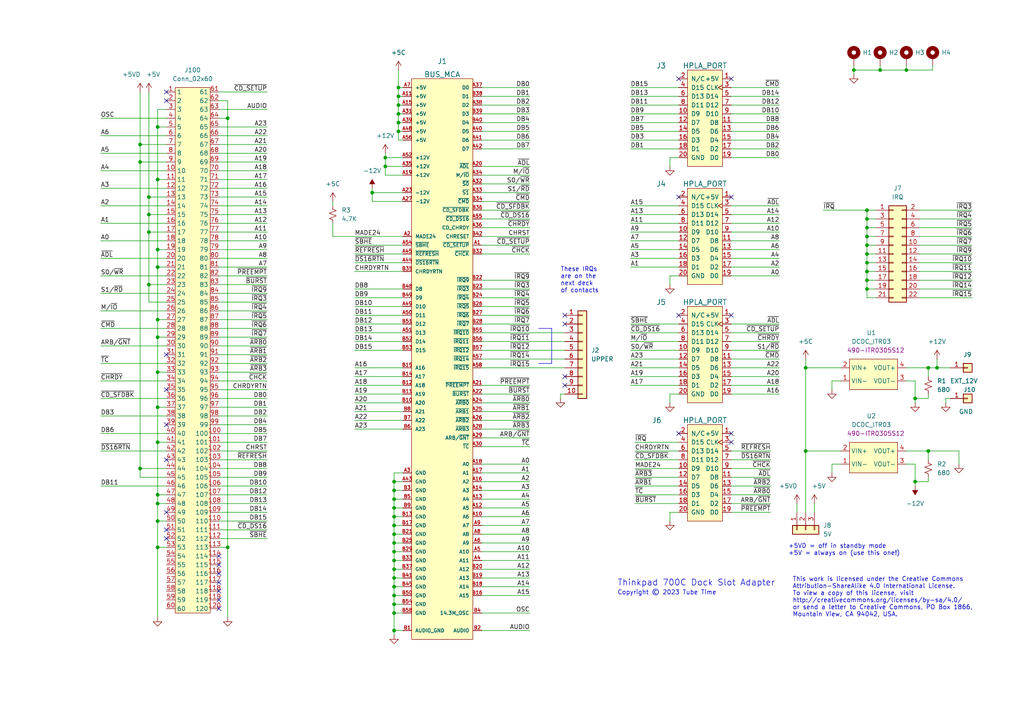
<source format=kicad_sch>
(kicad_sch (version 20230121) (generator eeschema)
  (paper "A4")
  (title_block (rev "2"))
  (junction (at 66.04 34.29))
  (junction (at 45.72 146.05))
  (junction (at 251.46 83.82))
  (junction (at 251.46 68.58))
  (junction (at 251.46 76.2))
  (junction (at 114.3 175.26))
  (junction (at 45.72 158.75))
  (junction (at 45.72 36.83))
  (junction (at 45.72 97.79))
  (junction (at 45.72 52.07))
  (junction (at 111.76 48.26))
  (junction (at 45.72 151.13))
  (junction (at 45.72 77.47))
  (junction (at 114.3 147.32))
  (junction (at 114.3 167.64))
  (junction (at 251.46 81.28))
  (junction (at 251.46 78.74))
  (junction (at 265.43 115.57))
  (junction (at 40.64 135.89))
  (junction (at 269.24 106.68))
  (junction (at 233.68 130.81))
  (junction (at 43.18 82.55))
  (junction (at 233.68 106.68))
  (junction (at 255.27 20.32))
  (junction (at 45.72 118.11))
  (junction (at 269.24 130.81))
  (junction (at 114.3 165.1))
  (junction (at 271.78 106.68))
  (junction (at 262.89 20.32))
  (junction (at 43.18 57.15))
  (junction (at 40.64 41.91))
  (junction (at 114.3 149.86))
  (junction (at 40.64 46.99))
  (junction (at 111.76 45.72))
  (junction (at 45.72 107.95))
  (junction (at 114.3 172.72))
  (junction (at 114.3 170.18))
  (junction (at 114.3 162.56))
  (junction (at 114.3 152.4))
  (junction (at 247.65 20.32))
  (junction (at 251.46 63.5))
  (junction (at 251.46 60.96))
  (junction (at 251.46 66.04))
  (junction (at 66.04 158.75))
  (junction (at 114.3 177.8))
  (junction (at 114.3 160.02))
  (junction (at 114.3 142.24))
  (junction (at 45.72 128.27))
  (junction (at 45.72 143.51))
  (junction (at 45.72 92.71))
  (junction (at 115.57 27.94))
  (junction (at 115.57 33.02))
  (junction (at 115.57 35.56))
  (junction (at 114.3 182.88))
  (junction (at 114.3 144.78))
  (junction (at 251.46 73.66))
  (junction (at 115.57 30.48))
  (junction (at 43.18 62.23))
  (junction (at 115.57 25.4))
  (junction (at 107.95 55.88))
  (junction (at 265.43 139.7))
  (junction (at 43.18 67.31))
  (junction (at 114.3 157.48))
  (junction (at 45.72 72.39))
  (junction (at 115.57 38.1))
  (junction (at 251.46 71.12))
  (junction (at 114.3 154.94))
  (junction (at 114.3 139.7))
  (no_connect (at 163.83 91.44))
  (no_connect (at 163.83 93.98))
  (no_connect (at 163.83 109.22))
  (no_connect (at 163.83 111.76))
  (no_connect (at 212.09 91.44))
  (no_connect (at 196.85 22.86))
  (no_connect (at 212.09 22.86))
  (no_connect (at 196.85 57.15))
  (no_connect (at 212.09 57.15))
  (no_connect (at 212.09 125.73))
  (no_connect (at 196.85 125.73))
  (no_connect (at 212.09 128.27))
  (no_connect (at 196.85 91.44))
  (no_connect (at 48.26 29.21))
  (no_connect (at 63.5 161.29))
  (no_connect (at 48.26 148.59))
  (no_connect (at 48.26 153.67))
  (no_connect (at 48.26 156.21))
  (no_connect (at 63.5 163.83))
  (no_connect (at 63.5 166.37))
  (no_connect (at 63.5 168.91))
  (no_connect (at 63.5 171.45))
  (no_connect (at 63.5 173.99))
  (no_connect (at 63.5 176.53))
  (no_connect (at 48.26 102.87))
  (no_connect (at 48.26 113.03))
  (no_connect (at 48.26 123.19))
  (no_connect (at 48.26 133.35))
  (no_connect (at 48.26 26.67))
  (wire (pts (xy 45.72 52.07) (xy 45.72 72.39)))
  (wire (pts (xy 111.76 48.26) (xy 116.84 48.26)))
  (wire (pts (xy 48.26 128.27) (xy 45.72 128.27)))
  (wire (pts (xy 139.7 63.5) (xy 153.67 63.5)))
  (wire (pts (xy 45.72 77.47) (xy 45.72 72.39)))
  (wire (pts (xy 116.84 93.98) (xy 102.87 93.98)))
  (wire (pts (xy 63.5 110.49) (xy 77.47 110.49)))
  (wire (pts (xy 114.3 149.86) (xy 116.84 149.86)))
  (wire (pts (xy 182.88 77.47) (xy 196.85 77.47)))
  (wire (pts (xy 63.5 102.87) (xy 77.47 102.87)))
  (wire (pts (xy 266.7 76.2) (xy 281.94 76.2)))
  (wire (pts (xy 139.7 142.24) (xy 153.67 142.24)))
  (wire (pts (xy 45.72 97.79) (xy 45.72 92.71)))
  (wire (pts (xy 63.5 31.75) (xy 77.47 31.75)))
  (wire (pts (xy 116.84 116.84) (xy 102.87 116.84)))
  (wire (pts (xy 114.3 147.32) (xy 114.3 149.86)))
  (wire (pts (xy 139.7 177.8) (xy 153.67 177.8)))
  (wire (pts (xy 139.7 101.6) (xy 163.83 101.6)))
  (wire (pts (xy 114.3 167.64) (xy 116.84 167.64)))
  (wire (pts (xy 251.46 83.82) (xy 254 83.82)))
  (wire (pts (xy 266.7 60.96) (xy 281.94 60.96)))
  (wire (pts (xy 266.7 83.82) (xy 281.94 83.82)))
  (wire (pts (xy 212.09 33.02) (xy 226.06 33.02)))
  (wire (pts (xy 275.59 115.57) (xy 274.32 115.57)))
  (wire (pts (xy 114.3 172.72) (xy 116.84 172.72)))
  (wire (pts (xy 45.72 158.75) (xy 45.72 179.07)))
  (wire (pts (xy 271.78 106.68) (xy 275.59 106.68)))
  (wire (pts (xy 63.5 26.67) (xy 77.47 26.67)))
  (wire (pts (xy 102.87 71.12) (xy 116.84 71.12)))
  (wire (pts (xy 139.7 129.54) (xy 153.67 129.54)))
  (wire (pts (xy 182.88 99.06) (xy 196.85 99.06)))
  (wire (pts (xy 251.46 60.96) (xy 254 60.96)))
  (polyline (pts (xy 156.21 105.41) (xy 160.02 105.41)))
  (wire (pts (xy 107.95 58.42) (xy 116.84 58.42)))
  (wire (pts (xy 63.5 153.67) (xy 77.47 153.67)))
  (wire (pts (xy 63.5 46.99) (xy 77.47 46.99)))
  (wire (pts (xy 29.21 74.93) (xy 48.26 74.93)))
  (wire (pts (xy 241.3 134.62) (xy 243.84 134.62)))
  (wire (pts (xy 115.57 25.4) (xy 116.84 25.4)))
  (wire (pts (xy 139.7 127) (xy 153.67 127)))
  (wire (pts (xy 114.3 139.7) (xy 116.84 139.7)))
  (wire (pts (xy 182.88 43.18) (xy 196.85 43.18)))
  (wire (pts (xy 63.5 120.65) (xy 77.47 120.65)))
  (wire (pts (xy 29.21 105.41) (xy 48.26 105.41)))
  (wire (pts (xy 96.52 64.77) (xy 96.52 68.58)))
  (wire (pts (xy 116.84 83.82) (xy 102.87 83.82)))
  (wire (pts (xy 265.43 115.57) (xy 265.43 110.49)))
  (wire (pts (xy 63.5 44.45) (xy 77.47 44.45)))
  (wire (pts (xy 45.72 146.05) (xy 45.72 143.51)))
  (wire (pts (xy 111.76 45.72) (xy 116.84 45.72)))
  (wire (pts (xy 115.57 38.1) (xy 115.57 40.64)))
  (wire (pts (xy 107.95 55.88) (xy 116.84 55.88)))
  (wire (pts (xy 66.04 158.75) (xy 66.04 179.07)))
  (wire (pts (xy 274.32 115.57) (xy 274.32 116.84)))
  (wire (pts (xy 116.84 109.22) (xy 102.87 109.22)))
  (wire (pts (xy 212.09 106.68) (xy 226.06 106.68)))
  (wire (pts (xy 251.46 60.96) (xy 251.46 63.5)))
  (wire (pts (xy 139.7 157.48) (xy 153.67 157.48)))
  (wire (pts (xy 45.72 77.47) (xy 45.72 92.71)))
  (wire (pts (xy 45.72 97.79) (xy 48.26 97.79)))
  (wire (pts (xy 194.31 45.72) (xy 194.31 48.26)))
  (wire (pts (xy 63.5 125.73) (xy 77.47 125.73)))
  (wire (pts (xy 196.85 59.69) (xy 182.88 59.69)))
  (wire (pts (xy 236.22 146.05) (xy 236.22 148.59)))
  (wire (pts (xy 115.57 25.4) (xy 115.57 27.94)))
  (wire (pts (xy 102.87 78.74) (xy 116.84 78.74)))
  (wire (pts (xy 63.5 34.29) (xy 66.04 34.29)))
  (wire (pts (xy 63.5 97.79) (xy 77.47 97.79)))
  (wire (pts (xy 251.46 86.36) (xy 254 86.36)))
  (wire (pts (xy 226.06 74.93) (xy 212.09 74.93)))
  (wire (pts (xy 116.84 88.9) (xy 102.87 88.9)))
  (wire (pts (xy 116.84 96.52) (xy 102.87 96.52)))
  (wire (pts (xy 48.26 77.47) (xy 45.72 77.47)))
  (wire (pts (xy 63.5 151.13) (xy 77.47 151.13)))
  (wire (pts (xy 212.09 93.98) (xy 226.06 93.98)))
  (wire (pts (xy 278.13 134.62) (xy 278.13 130.81)))
  (wire (pts (xy 139.7 147.32) (xy 153.67 147.32)))
  (wire (pts (xy 212.09 96.52) (xy 226.06 96.52)))
  (wire (pts (xy 247.65 20.32) (xy 255.27 20.32)))
  (wire (pts (xy 212.09 104.14) (xy 226.06 104.14)))
  (wire (pts (xy 196.85 111.76) (xy 182.88 111.76)))
  (wire (pts (xy 40.64 135.89) (xy 40.64 46.99)))
  (wire (pts (xy 251.46 81.28) (xy 251.46 83.82)))
  (wire (pts (xy 29.21 54.61) (xy 48.26 54.61)))
  (wire (pts (xy 63.5 77.47) (xy 77.47 77.47)))
  (wire (pts (xy 63.5 135.89) (xy 77.47 135.89)))
  (wire (pts (xy 114.3 137.16) (xy 114.3 139.7)))
  (wire (pts (xy 114.3 144.78) (xy 114.3 147.32)))
  (wire (pts (xy 212.09 64.77) (xy 226.06 64.77)))
  (wire (pts (xy 139.7 88.9) (xy 153.67 88.9)))
  (wire (pts (xy 139.7 111.76) (xy 153.67 111.76)))
  (wire (pts (xy 139.7 134.62) (xy 153.67 134.62)))
  (wire (pts (xy 139.7 73.66) (xy 153.67 73.66)))
  (wire (pts (xy 29.21 64.77) (xy 48.26 64.77)))
  (wire (pts (xy 212.09 146.05) (xy 223.52 146.05)))
  (wire (pts (xy 162.56 114.3) (xy 162.56 115.57)))
  (wire (pts (xy 63.5 115.57) (xy 77.47 115.57)))
  (wire (pts (xy 271.78 104.14) (xy 271.78 106.68)))
  (wire (pts (xy 251.46 81.28) (xy 254 81.28)))
  (wire (pts (xy 212.09 38.1) (xy 226.06 38.1)))
  (wire (pts (xy 114.3 152.4) (xy 114.3 154.94)))
  (wire (pts (xy 114.3 170.18) (xy 116.84 170.18)))
  (wire (pts (xy 251.46 73.66) (xy 254 73.66)))
  (wire (pts (xy 182.88 40.64) (xy 196.85 40.64)))
  (wire (pts (xy 212.09 101.6) (xy 226.06 101.6)))
  (wire (pts (xy 116.84 121.92) (xy 102.87 121.92)))
  (wire (pts (xy 194.31 151.13) (xy 194.31 148.59)))
  (wire (pts (xy 139.7 104.14) (xy 163.83 104.14)))
  (wire (pts (xy 265.43 140.97) (xy 265.43 139.7)))
  (wire (pts (xy 45.72 107.95) (xy 45.72 97.79)))
  (wire (pts (xy 111.76 44.45) (xy 111.76 45.72)))
  (wire (pts (xy 63.5 72.39) (xy 77.47 72.39)))
  (wire (pts (xy 107.95 55.88) (xy 107.95 58.42)))
  (wire (pts (xy 139.7 99.06) (xy 163.83 99.06)))
  (wire (pts (xy 63.5 57.15) (xy 77.47 57.15)))
  (wire (pts (xy 63.5 92.71) (xy 77.47 92.71)))
  (wire (pts (xy 63.5 74.93) (xy 77.47 74.93)))
  (wire (pts (xy 29.21 120.65) (xy 48.26 120.65)))
  (wire (pts (xy 139.7 119.38) (xy 153.67 119.38)))
  (wire (pts (xy 114.3 160.02) (xy 114.3 162.56)))
  (wire (pts (xy 182.88 101.6) (xy 196.85 101.6)))
  (wire (pts (xy 139.7 162.56) (xy 153.67 162.56)))
  (wire (pts (xy 45.72 31.75) (xy 48.26 31.75)))
  (wire (pts (xy 251.46 71.12) (xy 251.46 73.66)))
  (wire (pts (xy 114.3 139.7) (xy 114.3 142.24)))
  (wire (pts (xy 269.24 138.43) (xy 269.24 139.7)))
  (wire (pts (xy 139.7 96.52) (xy 163.83 96.52)))
  (wire (pts (xy 212.09 69.85) (xy 226.06 69.85)))
  (wire (pts (xy 182.88 30.48) (xy 196.85 30.48)))
  (wire (pts (xy 139.7 121.92) (xy 153.67 121.92)))
  (wire (pts (xy 182.88 38.1) (xy 196.85 38.1)))
  (wire (pts (xy 251.46 66.04) (xy 251.46 68.58)))
  (wire (pts (xy 139.7 170.18) (xy 153.67 170.18)))
  (wire (pts (xy 114.3 162.56) (xy 114.3 165.1)))
  (wire (pts (xy 66.04 34.29) (xy 66.04 158.75)))
  (wire (pts (xy 139.7 152.4) (xy 153.67 152.4)))
  (wire (pts (xy 184.15 133.35) (xy 196.85 133.35)))
  (wire (pts (xy 29.21 85.09) (xy 48.26 85.09)))
  (wire (pts (xy 63.5 130.81) (xy 77.47 130.81)))
  (wire (pts (xy 48.26 158.75) (xy 45.72 158.75)))
  (wire (pts (xy 139.7 86.36) (xy 153.67 86.36)))
  (wire (pts (xy 182.88 25.4) (xy 196.85 25.4)))
  (wire (pts (xy 63.5 123.19) (xy 77.47 123.19)))
  (wire (pts (xy 251.46 73.66) (xy 251.46 76.2)))
  (wire (pts (xy 139.7 116.84) (xy 153.67 116.84)))
  (wire (pts (xy 255.27 20.32) (xy 262.89 20.32)))
  (wire (pts (xy 139.7 66.04) (xy 153.67 66.04)))
  (wire (pts (xy 43.18 67.31) (xy 43.18 62.23)))
  (wire (pts (xy 115.57 30.48) (xy 115.57 33.02)))
  (wire (pts (xy 212.09 30.48) (xy 226.06 30.48)))
  (wire (pts (xy 29.21 39.37) (xy 48.26 39.37)))
  (wire (pts (xy 266.7 81.28) (xy 281.94 81.28)))
  (wire (pts (xy 114.3 149.86) (xy 114.3 152.4)))
  (wire (pts (xy 115.57 27.94) (xy 115.57 30.48)))
  (wire (pts (xy 231.14 146.05) (xy 231.14 148.59)))
  (wire (pts (xy 63.5 69.85) (xy 77.47 69.85)))
  (wire (pts (xy 139.7 48.26) (xy 153.67 48.26)))
  (wire (pts (xy 114.3 154.94) (xy 116.84 154.94)))
  (wire (pts (xy 63.5 143.51) (xy 77.47 143.51)))
  (wire (pts (xy 40.64 26.67) (xy 40.64 41.91)))
  (wire (pts (xy 266.7 68.58) (xy 281.94 68.58)))
  (wire (pts (xy 29.21 59.69) (xy 48.26 59.69)))
  (wire (pts (xy 114.3 147.32) (xy 116.84 147.32)))
  (wire (pts (xy 212.09 35.56) (xy 226.06 35.56)))
  (wire (pts (xy 139.7 144.78) (xy 153.67 144.78)))
  (wire (pts (xy 139.7 165.1) (xy 153.67 165.1)))
  (wire (pts (xy 63.5 100.33) (xy 77.47 100.33)))
  (wire (pts (xy 226.06 80.01) (xy 212.09 80.01)))
  (wire (pts (xy 226.06 77.47) (xy 212.09 77.47)))
  (wire (pts (xy 251.46 78.74) (xy 254 78.74)))
  (wire (pts (xy 139.7 27.94) (xy 153.67 27.94)))
  (wire (pts (xy 278.13 130.81) (xy 269.24 130.81)))
  (wire (pts (xy 29.21 110.49) (xy 48.26 110.49)))
  (wire (pts (xy 116.84 106.68) (xy 102.87 106.68)))
  (wire (pts (xy 182.88 27.94) (xy 196.85 27.94)))
  (wire (pts (xy 251.46 83.82) (xy 251.46 86.36)))
  (wire (pts (xy 63.5 95.25) (xy 77.47 95.25)))
  (wire (pts (xy 63.5 54.61) (xy 77.47 54.61)))
  (wire (pts (xy 184.15 140.97) (xy 196.85 140.97)))
  (wire (pts (xy 63.5 90.17) (xy 77.47 90.17)))
  (wire (pts (xy 139.7 154.94) (xy 153.67 154.94)))
  (wire (pts (xy 265.43 139.7) (xy 269.24 139.7)))
  (wire (pts (xy 48.26 107.95) (xy 45.72 107.95)))
  (wire (pts (xy 226.06 72.39) (xy 212.09 72.39)))
  (wire (pts (xy 139.7 35.56) (xy 153.67 35.56)))
  (wire (pts (xy 196.85 62.23) (xy 182.88 62.23)))
  (wire (pts (xy 115.57 35.56) (xy 116.84 35.56)))
  (wire (pts (xy 114.3 142.24) (xy 114.3 144.78)))
  (wire (pts (xy 251.46 68.58) (xy 254 68.58)))
  (wire (pts (xy 212.09 140.97) (xy 223.52 140.97)))
  (wire (pts (xy 63.5 80.01) (xy 77.47 80.01)))
  (wire (pts (xy 115.57 35.56) (xy 115.57 38.1)))
  (wire (pts (xy 45.72 36.83) (xy 45.72 52.07)))
  (wire (pts (xy 63.5 29.21) (xy 66.04 29.21)))
  (wire (pts (xy 182.88 74.93) (xy 196.85 74.93)))
  (wire (pts (xy 115.57 30.48) (xy 116.84 30.48)))
  (wire (pts (xy 114.3 175.26) (xy 116.84 175.26)))
  (wire (pts (xy 114.3 177.8) (xy 116.84 177.8)))
  (wire (pts (xy 251.46 66.04) (xy 254 66.04)))
  (wire (pts (xy 139.7 172.72) (xy 153.67 172.72)))
  (wire (pts (xy 63.5 113.03) (xy 77.47 113.03)))
  (wire (pts (xy 139.7 124.46) (xy 153.67 124.46)))
  (wire (pts (xy 29.21 95.25) (xy 48.26 95.25)))
  (wire (pts (xy 255.27 20.32) (xy 255.27 19.05)))
  (wire (pts (xy 212.09 130.81) (xy 223.52 130.81)))
  (wire (pts (xy 102.87 91.44) (xy 116.84 91.44)))
  (wire (pts (xy 139.7 83.82) (xy 153.67 83.82)))
  (wire (pts (xy 212.09 99.06) (xy 226.06 99.06)))
  (wire (pts (xy 114.3 144.78) (xy 116.84 144.78)))
  (wire (pts (xy 48.26 87.63) (xy 43.18 87.63)))
  (wire (pts (xy 139.7 106.68) (xy 163.83 106.68)))
  (wire (pts (xy 139.7 53.34) (xy 153.67 53.34)))
  (wire (pts (xy 194.31 114.3) (xy 196.85 114.3)))
  (wire (pts (xy 114.3 175.26) (xy 114.3 177.8)))
  (wire (pts (xy 63.5 49.53) (xy 77.47 49.53)))
  (wire (pts (xy 43.18 62.23) (xy 43.18 57.15)))
  (wire (pts (xy 29.21 125.73) (xy 48.26 125.73)))
  (wire (pts (xy 48.26 46.99) (xy 40.64 46.99)))
  (wire (pts (xy 63.5 105.41) (xy 77.47 105.41)))
  (wire (pts (xy 269.24 130.81) (xy 269.24 133.35)))
  (wire (pts (xy 139.7 30.48) (xy 153.67 30.48)))
  (wire (pts (xy 139.7 139.7) (xy 153.67 139.7)))
  (wire (pts (xy 251.46 71.12) (xy 254 71.12)))
  (wire (pts (xy 233.68 106.68) (xy 233.68 130.81)))
  (wire (pts (xy 116.84 111.76) (xy 102.87 111.76)))
  (wire (pts (xy 66.04 29.21) (xy 66.04 34.29)))
  (wire (pts (xy 114.3 160.02) (xy 116.84 160.02)))
  (wire (pts (xy 262.89 20.32) (xy 262.89 19.05)))
  (wire (pts (xy 115.57 27.94) (xy 116.84 27.94)))
  (wire (pts (xy 45.72 158.75) (xy 45.72 151.13)))
  (wire (pts (xy 48.26 146.05) (xy 45.72 146.05)))
  (wire (pts (xy 266.7 73.66) (xy 281.94 73.66)))
  (wire (pts (xy 63.5 82.55) (xy 77.47 82.55)))
  (wire (pts (xy 63.5 156.21) (xy 77.47 156.21)))
  (wire (pts (xy 233.68 148.59) (xy 233.68 130.81)))
  (wire (pts (xy 269.24 130.81) (xy 262.89 130.81)))
  (wire (pts (xy 269.24 106.68) (xy 271.78 106.68)))
  (wire (pts (xy 182.88 35.56) (xy 196.85 35.56)))
  (wire (pts (xy 212.09 133.35) (xy 223.52 133.35)))
  (wire (pts (xy 116.84 137.16) (xy 114.3 137.16)))
  (wire (pts (xy 139.7 25.4) (xy 153.67 25.4)))
  (wire (pts (xy 139.7 40.64) (xy 153.67 40.64)))
  (wire (pts (xy 48.26 67.31) (xy 43.18 67.31)))
  (wire (pts (xy 40.64 46.99) (xy 40.64 41.91)))
  (wire (pts (xy 139.7 68.58) (xy 153.67 68.58)))
  (wire (pts (xy 196.85 109.22) (xy 182.88 109.22)))
  (wire (pts (xy 45.72 118.11) (xy 45.72 107.95)))
  (wire (pts (xy 251.46 76.2) (xy 251.46 78.74)))
  (wire (pts (xy 265.43 115.57) (xy 269.24 115.57)))
  (wire (pts (xy 251.46 78.74) (xy 251.46 81.28)))
  (wire (pts (xy 266.7 66.04) (xy 281.94 66.04)))
  (wire (pts (xy 139.7 81.28) (xy 153.67 81.28)))
  (wire (pts (xy 212.09 148.59) (xy 223.52 148.59)))
  (wire (pts (xy 29.21 34.29) (xy 48.26 34.29)))
  (wire (pts (xy 139.7 50.8) (xy 153.67 50.8)))
  (wire (pts (xy 194.31 148.59) (xy 196.85 148.59)))
  (wire (pts (xy 116.84 101.6) (xy 102.87 101.6)))
  (wire (pts (xy 29.21 44.45) (xy 48.26 44.45)))
  (wire (pts (xy 111.76 50.8) (xy 116.84 50.8)))
  (wire (pts (xy 270.51 20.32) (xy 270.51 19.05)))
  (wire (pts (xy 63.5 133.35) (xy 77.47 133.35)))
  (wire (pts (xy 48.26 72.39) (xy 45.72 72.39)))
  (wire (pts (xy 212.09 40.64) (xy 226.06 40.64)))
  (wire (pts (xy 184.15 143.51) (xy 196.85 143.51)))
  (wire (pts (xy 139.7 33.02) (xy 153.67 33.02)))
  (wire (pts (xy 114.3 162.56) (xy 116.84 162.56)))
  (wire (pts (xy 114.3 170.18) (xy 114.3 172.72)))
  (wire (pts (xy 63.5 118.11) (xy 77.47 118.11)))
  (wire (pts (xy 48.26 138.43) (xy 40.64 138.43)))
  (wire (pts (xy 251.46 63.5) (xy 251.46 66.04)))
  (wire (pts (xy 196.85 69.85) (xy 182.88 69.85)))
  (wire (pts (xy 212.09 43.18) (xy 226.06 43.18)))
  (wire (pts (xy 139.7 58.42) (xy 153.67 58.42)))
  (wire (pts (xy 63.5 146.05) (xy 77.47 146.05)))
  (wire (pts (xy 48.26 62.23) (xy 43.18 62.23)))
  (wire (pts (xy 266.7 78.74) (xy 281.94 78.74)))
  (wire (pts (xy 63.5 64.77) (xy 77.47 64.77)))
  (wire (pts (xy 212.09 67.31) (xy 226.06 67.31)))
  (wire (pts (xy 29.21 90.17) (xy 48.26 90.17)))
  (wire (pts (xy 163.83 114.3) (xy 162.56 114.3)))
  (wire (pts (xy 114.3 142.24) (xy 116.84 142.24)))
  (wire (pts (xy 139.7 55.88) (xy 153.67 55.88)))
  (wire (pts (xy 194.31 82.55) (xy 194.31 80.01)))
  (wire (pts (xy 63.5 85.09) (xy 77.47 85.09)))
  (wire (pts (xy 114.3 167.64) (xy 114.3 170.18)))
  (wire (pts (xy 66.04 158.75) (xy 63.5 158.75)))
  (wire (pts (xy 238.76 60.96) (xy 251.46 60.96)))
  (wire (pts (xy 194.31 116.84) (xy 194.31 114.3)))
  (wire (pts (xy 139.7 149.86) (xy 153.67 149.86)))
  (wire (pts (xy 102.87 76.2) (xy 116.84 76.2)))
  (wire (pts (xy 265.43 116.84) (xy 265.43 115.57)))
  (wire (pts (xy 182.88 93.98) (xy 196.85 93.98)))
  (wire (pts (xy 266.7 86.36) (xy 281.94 86.36)))
  (wire (pts (xy 139.7 167.64) (xy 153.67 167.64)))
  (wire (pts (xy 63.5 87.63) (xy 77.47 87.63)))
  (wire (pts (xy 45.72 143.51) (xy 45.72 128.27)))
  (wire (pts (xy 29.21 100.33) (xy 48.26 100.33)))
  (wire (pts (xy 139.7 91.44) (xy 153.67 91.44)))
  (wire (pts (xy 116.84 119.38) (xy 102.87 119.38)))
  (wire (pts (xy 254 63.5) (xy 251.46 63.5)))
  (wire (pts (xy 184.15 130.81) (xy 196.85 130.81)))
  (wire (pts (xy 212.09 111.76) (xy 226.06 111.76)))
  (wire (pts (xy 262.89 106.68) (xy 269.24 106.68)))
  (wire (pts (xy 45.72 31.75) (xy 45.72 36.83)))
  (wire (pts (xy 96.52 68.58) (xy 116.84 68.58)))
  (wire (pts (xy 196.85 64.77) (xy 182.88 64.77)))
  (wire (pts (xy 63.5 107.95) (xy 77.47 107.95)))
  (wire (pts (xy 196.85 104.14) (xy 182.88 104.14)))
  (wire (pts (xy 139.7 114.3) (xy 153.67 114.3)))
  (wire (pts (xy 265.43 110.49) (xy 262.89 110.49)))
  (wire (pts (xy 184.15 146.05) (xy 196.85 146.05)))
  (wire (pts (xy 63.5 140.97) (xy 77.47 140.97)))
  (wire (pts (xy 269.24 106.68) (xy 269.24 109.22)))
  (wire (pts (xy 182.88 72.39) (xy 196.85 72.39)))
  (wire (pts (xy 45.72 52.07) (xy 48.26 52.07)))
  (wire (pts (xy 247.65 19.05) (xy 247.65 20.32)))
  (wire (pts (xy 262.89 134.62) (xy 265.43 134.62)))
  (wire (pts (xy 107.95 54.61) (xy 107.95 55.88)))
  (wire (pts (xy 139.7 137.16) (xy 153.67 137.16)))
  (wire (pts (xy 29.21 69.85) (xy 48.26 69.85)))
  (wire (pts (xy 40.64 138.43) (xy 40.64 135.89)))
  (wire (pts (xy 114.3 152.4) (xy 116.84 152.4)))
  (wire (pts (xy 212.09 138.43) (xy 223.52 138.43)))
  (wire (pts (xy 114.3 182.88) (xy 114.3 184.15)))
  (wire (pts (xy 63.5 67.31) (xy 77.47 67.31)))
  (wire (pts (xy 116.84 124.46) (xy 102.87 124.46)))
  (wire (pts (xy 265.43 139.7) (xy 265.43 134.62)))
  (wire (pts (xy 139.7 60.96) (xy 153.67 60.96)))
  (wire (pts (xy 96.52 58.42) (xy 96.52 59.69)))
  (wire (pts (xy 45.72 151.13) (xy 45.72 146.05)))
  (wire (pts (xy 29.21 80.01) (xy 48.26 80.01)))
  (wire (pts (xy 29.21 130.81) (xy 48.26 130.81)))
  (wire (pts (xy 184.15 135.89) (xy 196.85 135.89)))
  (wire (pts (xy 29.21 115.57) (xy 48.26 115.57)))
  (wire (pts (xy 251.46 76.2) (xy 254 76.2)))
  (wire (pts (xy 43.18 87.63) (xy 43.18 82.55)))
  (wire (pts (xy 48.26 135.89) (xy 40.64 135.89)))
  (wire (pts (xy 115.57 33.02) (xy 115.57 35.56)))
  (wire (pts (xy 247.65 20.32) (xy 247.65 21.59)))
  (wire (pts (xy 233.68 104.14) (xy 233.68 106.68)))
  (wire (pts (xy 102.87 73.66) (xy 116.84 73.66)))
  (wire (pts (xy 63.5 39.37) (xy 77.47 39.37)))
  (wire (pts (xy 114.3 165.1) (xy 116.84 165.1)))
  (wire (pts (xy 116.84 99.06) (xy 102.87 99.06)))
  (wire (pts (xy 262.89 20.32) (xy 270.51 20.32)))
  (wire (pts (xy 139.7 93.98) (xy 153.67 93.98)))
  (wire (pts (xy 29.21 140.97) (xy 48.26 140.97)))
  (wire (pts (xy 43.18 82.55) (xy 43.18 67.31)))
  (wire (pts (xy 184.15 128.27) (xy 196.85 128.27)))
  (wire (pts (xy 182.88 33.02) (xy 196.85 33.02)))
  (wire (pts (xy 251.46 68.58) (xy 251.46 71.12)))
  (wire (pts (xy 212.09 59.69) (xy 226.06 59.69)))
  (wire (pts (xy 196.85 45.72) (xy 194.31 45.72)))
  (wire (pts (xy 194.31 80.01) (xy 196.85 80.01)))
  (wire (pts (xy 63.5 59.69) (xy 77.47 59.69)))
  (wire (pts (xy 243.84 106.68) (xy 233.68 106.68)))
  (wire (pts (xy 114.3 182.88) (xy 116.84 182.88)))
  (wire (pts (xy 212.09 45.72) (xy 226.06 45.72)))
  (wire (pts (xy 182.88 96.52) (xy 196.85 96.52)))
  (wire (pts (xy 212.09 62.23) (xy 226.06 62.23)))
  (wire (pts (xy 114.3 157.48) (xy 116.84 157.48)))
  (wire (pts (xy 63.5 41.91) (xy 77.47 41.91)))
  (wire (pts (xy 63.5 36.83) (xy 77.47 36.83)))
  (wire (pts (xy 115.57 20.32) (xy 115.57 25.4)))
  (wire (pts (xy 212.09 25.4) (xy 226.06 25.4)))
  (wire (pts (xy 40.64 41.91) (xy 48.26 41.91)))
  (wire (pts (xy 184.15 138.43) (xy 196.85 138.43)))
  (wire (pts (xy 139.7 38.1) (xy 153.67 38.1)))
  (wire (pts (xy 139.7 43.18) (xy 153.67 43.18)))
  (wire (pts (xy 139.7 71.12) (xy 153.67 71.12)))
  (wire (pts (xy 63.5 148.59) (xy 77.47 148.59)))
  (wire (pts (xy 63.5 52.07) (xy 77.47 52.07)))
  (wire (pts (xy 266.7 63.5) (xy 281.94 63.5)))
  (wire (pts (xy 29.21 49.53) (xy 48.26 49.53)))
  (polyline (pts (xy 160.02 95.25) (xy 160.02 105.41)))
  (wire (pts (xy 48.26 118.11) (xy 45.72 118.11)))
  (wire (pts (xy 111.76 48.26) (xy 111.76 45.72)))
  (wire (pts (xy 114.3 157.48) (xy 114.3 160.02)))
  (wire (pts (xy 63.5 128.27) (xy 77.47 128.27)))
  (wire (pts (xy 116.84 86.36) (xy 102.87 86.36)))
  (wire (pts (xy 114.3 177.8) (xy 114.3 182.88)))
  (wire (pts (xy 196.85 67.31) (xy 182.88 67.31)))
  (wire (pts (xy 114.3 154.94) (xy 114.3 157.48)))
  (wire (pts (xy 116.84 114.3) (xy 102.87 114.3)))
  (wire (pts (xy 241.3 110.49) (xy 243.84 110.49)))
  (wire (pts (xy 63.5 138.43) (xy 77.47 138.43)))
  (wire (pts (xy 48.26 151.13) (xy 45.72 151.13)))
  (wire (pts (xy 114.3 172.72) (xy 114.3 175.26)))
  (wire (pts (xy 233.68 130.81) (xy 243.84 130.81)))
  (polyline (pts (xy 156.21 95.25) (xy 160.02 95.25)))
  (wire (pts (xy 212.09 143.51) (xy 223.52 143.51)))
  (wire (pts (xy 212.09 109.22) (xy 226.06 109.22)))
  (wire (pts (xy 139.7 182.88) (xy 153.67 182.88)))
  (wire (pts (xy 111.76 50.8) (xy 111.76 48.26)))
  (wire (pts (xy 48.26 82.55) (xy 43.18 82.55)))
  (wire (pts (xy 114.3 165.1) (xy 114.3 167.64)))
  (wire (pts (xy 241.3 137.16) (xy 241.3 134.62)))
  (wire (pts (xy 212.09 27.94) (xy 226.06 27.94)))
  (wire (pts (xy 212.09 114.3) (xy 226.06 114.3)))
  (wire (pts (xy 48.26 143.51) (xy 45.72 143.51)))
  (wire (pts (xy 212.09 135.89) (xy 223.52 135.89)))
  (wire (pts (xy 241.3 113.03) (xy 241.3 110.49)))
  (wire (pts (xy 115.57 38.1) (xy 116.84 38.1)))
  (wire (pts (xy 115.57 33.02) (xy 116.84 33.02)))
  (wire (pts (xy 196.85 106.68) (xy 182.88 106.68)))
  (wire (pts (xy 48.26 92.71) (xy 45.72 92.71)))
  (wire (pts (xy 45.72 128.27) (xy 45.72 118.11)))
  (wire (pts (xy 269.24 114.3) (xy 269.24 115.57)))
  (wire (pts (xy 48.26 57.15) (xy 43.18 57.15)))
  (wire (pts (xy 139.7 160.02) (xy 153.67 160.02)))
  (wire (pts (xy 266.7 71.12) (xy 281.94 71.12)))
  (wire (pts (xy 43.18 57.15) (xy 43.18 26.67)))
  (wire (pts (xy 45.72 36.83) (xy 48.26 36.83)))
  (wire (pts (xy 116.84 40.64) (xy 115.57 40.64)))
  (wire (pts (xy 63.5 62.23) (xy 77.47 62.23)))
  (text "These IRQs \nare on the\nnext deck\nof contacts" (at 162.56 85.09 0) (effects (font (size 1.27 1.27)) (justify left bottom)))
  (text "This work is licensed under the Creative Commons\nAttribution-ShareAlike 4.0 International License.\nTo view a copy of this license, visit\nhttp://creativecommons.org/licenses/by-sa/4.0/\nor send a letter to Creative Commons, PO Box 1866,\nMountain View, CA 94042, USA." (at 229.87 179.07 0) (effects (font (size 1.27 1.27)) (justify left bottom)))
  (text "Copyright © 2023 Tube Time" (at 179.07 172.72 0) (effects (font (size 1.27 1.27)) (justify left bottom)))
  (text "Thinkpad 700C Dock Slot Adapter" (at 179.07 170.18 0) (effects (font (size 1.778 1.778)) (justify left bottom)))
  (text "+5VD = off in standby mode\n+5V = always on (use this one!)" (at 228.6 161.29 0) (effects (font (size 1.27 1.27)) (justify left bottom)))
  (label "A8" (at 153.67 154.94 180))
  (label "~{BURST}" (at 77.47 82.55 180))
  (label "DB1" (at 77.47 118.11 180))
  (label "ARB{slash}~{GNT}" (at 223.52 146.05 180))
  (label "A11" (at 153.67 162.56 180))
  (label "~{ARB3}" (at 153.67 124.46 180))
  (label "A10" (at 77.47 69.85 180))
  (label "~{IRQ7}" (at 281.94 71.12 180))
  (label "DB6" (at 226.06 38.1 180))
  (label "CHRST" (at 153.67 68.58 180))
  (label "~{IRQ9}" (at 281.94 73.66 180))
  (label "~{IRQ9}" (at 77.47 85.09 180))
  (label "A12" (at 153.67 165.1 180))
  (label "~{CD_DS16}" (at 77.47 153.67 180))
  (label "OSC" (at 153.67 177.8 180))
  (label "~{CHRDY}" (at 29.21 110.49 0))
  (label "~{IRQ11}" (at 281.94 78.74 180))
  (label "A15" (at 182.88 59.69 0))
  (label "~{CD_SFDBK}" (at 184.15 133.35 0))
  (label "~{CD_SFDBK}" (at 29.21 115.57 0))
  (label "A19" (at 182.88 109.22 0))
  (label "~{CD_SETUP}" (at 77.47 26.67 180))
  (label "~{TC}" (at 153.67 129.54 180))
  (label "~{ARB1}" (at 184.15 140.97 0))
  (label "DB0" (at 153.67 25.4 180))
  (label "A7" (at 182.88 69.85 0))
  (label "A14" (at 153.67 170.18 180))
  (label "DB13" (at 182.88 27.94 0))
  (label "~{CHRDY}" (at 226.06 99.06 180))
  (label "DB0" (at 226.06 45.72 180))
  (label "A7" (at 153.67 152.4 180))
  (label "~{ARB0}" (at 77.47 100.33 180))
  (label "A0" (at 153.67 134.62 180))
  (label "~{ARB1}" (at 77.47 102.87 180))
  (label "DB5" (at 182.88 38.1 0))
  (label "A8" (at 77.47 74.93 180))
  (label "A22" (at 77.47 39.37 180))
  (label "A23" (at 102.87 124.46 0))
  (label "A1" (at 153.67 137.16 180))
  (label "S1{slash}~{RD}" (at 29.21 85.09 0))
  (label "DB11" (at 29.21 140.97 0))
  (label "DB13" (at 77.47 146.05 180))
  (label "~{IRQ4}" (at 153.67 86.36 180))
  (label "DB2" (at 77.47 120.65 180))
  (label "~{IRQ5}" (at 281.94 66.04 180))
  (label "~{TC}" (at 29.21 105.41 0))
  (label "A9" (at 153.67 157.48 180))
  (label "A5" (at 153.67 147.32 180))
  (label "~{IRQ7}" (at 77.47 97.79 180))
  (label "A22" (at 226.06 106.68 180))
  (label "~{ARB3}" (at 184.15 138.43 0))
  (label "A18" (at 102.87 111.76 0))
  (label "A8" (at 226.06 69.85 180))
  (label "A0" (at 226.06 80.01 180))
  (label "DB5" (at 153.67 38.1 180))
  (label "S0{slash}~{WR}" (at 29.21 80.01 0))
  (label "A16" (at 226.06 114.3 180))
  (label "~{CD_DS16}" (at 153.67 63.5 180))
  (label "~{CMD}" (at 226.06 104.14 180))
  (label "DB2" (at 226.06 43.18 180))
  (label "M{slash}~{IO}" (at 29.21 90.17 0))
  (label "A5" (at 29.21 44.45 0))
  (label "A14" (at 226.06 62.23 180))
  (label "~{CD_SETUP}" (at 226.06 96.52 180))
  (label "AUDIO" (at 153.67 182.88 180))
  (label "DB15" (at 77.47 151.13 180))
  (label "~{CD_SETUP}" (at 153.67 71.12 180))
  (label "CHRST" (at 77.47 130.81 180))
  (label "A13" (at 182.88 62.23 0))
  (label "A6" (at 226.06 72.39 180))
  (label "~{CMD}" (at 153.67 58.42 180))
  (label "DB15" (at 102.87 101.6 0))
  (label "A22" (at 102.87 121.92 0))
  (label "DB14" (at 102.87 99.06 0))
  (label "~{ADL}" (at 226.06 93.98 180))
  (label "DB10" (at 77.47 140.97 180))
  (label "DB10" (at 226.06 33.02 180))
  (label "DB8" (at 226.06 35.56 180))
  (label "DB7" (at 182.88 35.56 0))
  (label "A11" (at 77.47 67.31 180))
  (label "CHRDYRTN" (at 102.87 78.74 0))
  (label "~{IRQ}" (at 184.15 128.27 0))
  (label "DB4" (at 226.06 40.64 180))
  (label "DB3" (at 182.88 40.64 0))
  (label "DB7" (at 77.47 128.27 180))
  (label "A4" (at 29.21 49.53 0))
  (label "~{ARB2}" (at 153.67 121.92 180))
  (label "A17" (at 77.47 52.07 180))
  (label "~{ADL}" (at 226.06 59.69 180))
  (label "~{IRQ15}" (at 281.94 86.36 180))
  (label "DB10" (at 102.87 88.9 0))
  (label "~{TC}" (at 184.15 143.51 0))
  (label "DB12" (at 77.47 143.51 180))
  (label "~{IRQ10}" (at 281.94 76.2 180))
  (label "A1" (at 182.88 77.47 0))
  (label "DB1" (at 153.67 27.94 180))
  (label "~{REFRESH}" (at 77.47 133.35 180))
  (label "ARB{slash}~{GNT}" (at 153.67 127 180))
  (label "~{ARB0}" (at 223.52 143.51 180))
  (label "~{CD_SFDBK}" (at 153.67 60.96 180))
  (label "A6" (at 153.67 149.86 180))
  (label "~{CMD}" (at 29.21 95.25 0))
  (label "CHRDYRTN" (at 184.15 130.81 0))
  (label "~{PREEMPT}" (at 77.47 80.01 180))
  (label "A3" (at 182.88 74.93 0))
  (label "~{IRQ6}" (at 153.67 91.44 180))
  (label "DB9" (at 102.87 86.36 0))
  (label "A4" (at 226.06 74.93 180))
  (label "~{IRQ}" (at 238.76 60.96 0))
  (label "DB3" (at 29.21 120.65 0))
  (label "~{IRQ10}" (at 153.67 96.52 180))
  (label "A2" (at 153.67 139.7 180))
  (label "A15" (at 153.67 172.72 180))
  (label "MADE24" (at 102.87 68.58 0))
  (label "DB8" (at 77.47 135.89 180))
  (label "~{IRQ12}" (at 153.67 101.6 180))
  (label "DB7" (at 153.67 43.18 180))
  (label "DB8" (at 102.87 83.82 0))
  (label "DB12" (at 102.87 93.98 0))
  (label "~{SBHE}" (at 182.88 93.98 0))
  (label "A23" (at 182.88 104.14 0))
  (label "OSC" (at 29.21 34.29 0))
  (label "A20" (at 77.47 44.45 180))
  (label "DB13" (at 102.87 96.52 0))
  (label "A9" (at 182.88 67.31 0))
  (label "A15" (at 77.47 57.15 180))
  (label "~{IRQ4}" (at 281.94 63.5 180))
  (label "~{SBHE}" (at 102.87 71.12 0))
  (label "~{IRQ5}" (at 153.67 88.9 180))
  (label "A20" (at 102.87 116.84 0))
  (label "ARB{slash}~{GNT}" (at 29.21 100.33 0))
  (label "~{ADL}" (at 29.21 74.93 0))
  (label "~{ARB2}" (at 77.47 105.41 180))
  (label "~{IRQ4}" (at 77.47 90.17 180))
  (label "DB11" (at 182.88 30.48 0))
  (label "DB9" (at 182.88 33.02 0))
  (label "S1{slash}~{RD}" (at 153.67 55.88 180))
  (label "M{slash}~{IO}" (at 182.88 99.06 0))
  (label "~{IRQ3}" (at 281.94 60.96 180))
  (label "DB6" (at 153.67 40.64 180))
  (label "A9" (at 77.47 72.39 180))
  (label "~{PREEMPT}" (at 223.52 148.59 180))
  (label "DB1" (at 182.88 43.18 0))
  (label "CHRDYRTN" (at 77.47 113.03 180))
  (label "~{IRQ14}" (at 153.67 104.14 180))
  (label "~{IRQ3}" (at 153.67 83.82 180))
  (label "DB11" (at 102.87 91.44 0))
  (label "~{REFRESH}" (at 102.87 73.66 0))
  (label "~{BURST}" (at 153.67 114.3 180))
  (label "~{CHRDY}" (at 153.67 66.04 180))
  (label "~{IRQ6}" (at 281.94 68.58 180))
  (label "DB0" (at 77.47 115.57 180))
  (label "~{ARB1}" (at 153.67 119.38 180))
  (label "A10" (at 153.67 160.02 180))
  (label "~{CHCK}" (at 77.47 110.49 180))
  (label "A3" (at 29.21 54.61 0))
  (label "DB12" (at 226.06 30.48 180))
  (label "~{CHCK}" (at 223.52 135.89 180))
  (label "~{BURST}" (at 184.15 146.05 0))
  (label "DB3" (at 153.67 33.02 180))
  (label "A19" (at 102.87 114.3 0))
  (label "~{CHCK}" (at 153.67 73.66 180))
  (label "~{CMD}" (at 226.06 25.4 180))
  (label "A1" (at 29.21 64.77 0))
  (label "A18" (at 226.06 111.76 180))
  (label "~{IRQ7}" (at 153.67 93.98 180))
  (label "~{ADL}" (at 223.52 138.43 180))
  (label "A5" (at 182.88 72.39 0))
  (label "A20" (at 226.06 109.22 180))
  (label "M{slash}~{IO}" (at 153.67 50.8 180))
  (label "~{SBHE}" (at 77.47 156.21 180))
  (label "S1{slash}~{RD}" (at 226.06 101.6 180))
  (label "A6" (at 29.21 39.37 0))
  (label "~{ARB3}" (at 77.47 107.95 180))
  (label "A3" (at 153.67 142.24 180))
  (label "A12" (at 226.06 64.77 180))
  (label "A2" (at 29.21 59.69 0))
  (label "~{DS16RTN}" (at 223.52 133.35 180))
  (label "A12" (at 77.47 64.77 180))
  (label "~{CD_DS16}" (at 182.88 96.52 0))
  (label "A0" (at 29.21 69.85 0))
  (label "~{PREEMPT}" (at 153.67 111.76 180))
  (label "A4" (at 153.67 144.78 180))
  (label "A21" (at 182.88 106.68 0))
  (label "A7" (at 77.47 77.47 180))
  (label "A16" (at 102.87 106.68 0))
  (label "~{ADL}" (at 153.67 48.26 180))
  (label "DB15" (at 182.88 25.4 0))
  (label "A2" (at 226.06 77.47 180))
  (label "A13" (at 153.67 167.64 180))
  (label "~{DS16RTN}" (at 29.21 130.81 0))
  (label "A10" (at 226.06 67.31 180))
  (label "~{IRQ6}" (at 77.47 95.25 180))
  (label "~{ARB0}" (at 153.67 116.84 180))
  (label "~{DS16RTN}" (at 102.87 76.2 0))
  (label "A18" (at 77.47 49.53 180))
  (label "~{IRQ9}" (at 153.67 81.28 180))
  (label "A13" (at 77.47 62.23 180))
  (label "A21" (at 77.47 41.91 180))
  (label "A17" (at 102.87 109.22 0))
  (label "A16" (at 77.47 54.61 180))
  (label "MADE24" (at 184.15 135.89 0))
  (label "~{IRQ11}" (at 153.67 99.06 180))
  (label "~{IRQ14}" (at 281.94 83.82 180))
  (label "AUDIO" (at 77.47 31.75 180))
  (label "DB4" (at 153.67 35.56 180))
  (label "~{IRQ12}" (at 281.94 81.28 180))
  (label "DB2" (at 153.67 30.48 180))
  (label "A21" (at 102.87 119.38 0))
  (label "~{IRQ5}" (at 77.47 92.71 180))
  (label "A19" (at 77.47 46.99 180))
  (label "DB6" (at 29.21 125.73 0))
  (label "~{ARB2}" (at 223.52 140.97 180))
  (label "A17" (at 182.88 111.76 0))
  (label "S0{slash}~{WR}" (at 182.88 101.6 0))
  (label "DB14" (at 77.47 148.59 180))
  (label "~{IRQ15}" (at 153.67 106.68 180))
  (label "S0{slash}~{WR}" (at 153.67 53.34 180))
  (label "DB14" (at 226.06 27.94 180))
  (label "DB9" (at 77.47 138.43 180))
  (label "A23" (at 77.47 36.83 180))
  (label "A11" (at 182.88 64.77 0))
  (label "~{REFRESH}" (at 223.52 130.81 180))
  (label "DB5" (at 77.47 125.73 180))
  (label "~{IRQ3}" (at 77.47 87.63 180))
  (label "A14" (at 77.47 59.69 180))
  (label "DB4" (at 77.47 123.19 180))
  (symbol (lib_id "Connector_Generic:Conn_01x01") (at 280.67 115.57 0) (unit 1)
    (property "Reference" "J10" (at 279.4 113.03 0) (effects (justify left)))
    (property "Value" "GND" (at 278.13 119.38 0) (effects (justify left)))
    (property "Footprint" "TestPoint:TestPoint_Keystone_5005-5009_Compact" (effects hide))
  )
  (symbol (lib_id "power:GND") (at 241.3 137.16 0) (unit 1)
    (property "Reference" "#PWR0118" (effects hide))
    (property "Value" "GND" (effects hide))
  )
  (symbol (lib_id "power:+5VD") (at 40.64 26.67 0) (unit 1)
    (property "Reference" "#PWR0109" (effects hide))
    (property "Value" "+5VD" (at 38.1 21.59 0))
  )
  (symbol (lib_id "Connector_Generic:Conn_02x11_Odd_Even") (at 259.08 73.66 0) (unit 1)
    (property "Reference" "J7" (at 260.35 54.61 0))
    (property "Value" "IRQ" (at 260.35 57.15 0))
    (property "Footprint" "Connector_PinHeader_2.54mm:PinHeader_2x11_P2.54mm_Vertical" (effects hide))
  )
  (symbol (lib_id "power:-12V") (at 265.43 140.97 180) (unit 1)
    (property "Reference" "#PWR0115" (effects hide))
    (property "Value" "-12V" (at 265.43 146.05 0))
  )
  (symbol (lib_id "Device:R_Small_US") (at 96.52 62.23 0) (unit 1)
    (property "Reference" "R3" (at 99.06 60.96 0) (effects (justify left)))
    (property "Value" "4.7K" (at 99.06 63.5 0) (effects (justify left)))
    (property "Footprint" "Passive:RESC1608X55" (effects hide))
  )
  (symbol (lib_id "power:+5C") (at 96.52 58.42 0) (unit 1)
    (property "Reference" "#PWR04" (effects hide))
    (property "Value" "+5C" (at 96.52 53.34 0))
  )
  (symbol (lib_id "power:-12V") (at 107.95 54.61 0) (unit 1)
    (property "Reference" "#PWR0106" (effects hide))
    (property "Value" "-12V" (at 107.95 49.53 0))
  )
  (symbol (lib_id "Mechanical:MountingHole_Pad") (at 270.51 16.51 0) (unit 1)
    (property "Reference" "H4" (at 273.05 15.2399 0) (effects (justify left)))
    (property "Value" "MountingHole_Pad" (effects hide))
    (property "Footprint" "MountingHole:MountingHole_3.2mm_M3_DIN965_Pad" (effects hide))
  )
  (symbol (lib_id "Connector_Generic:Conn_01x10") (at 168.91 101.6 0) (unit 1)
    (property "Reference" "J2" (at 171.45 101.5999 0) (effects (justify left)))
    (property "Value" "UPPER" (at 171.45 104.1399 0) (effects (justify left)))
    (property "Footprint" "Connector_PinHeader_2.54mm:PinHeader_1x10_P2.54mm_Vertical" (effects hide))
  )
  (symbol (lib_id "Mechanical:MountingHole_Pad") (at 247.65 16.51 0) (unit 1)
    (property "Reference" "H1" (at 250.19 15.2399 0) (effects (justify left)))
    (property "Value" "MountingHole_Pad" (effects hide))
    (property "Footprint" "MountingHole:MountingHole_3.2mm_M3_DIN965_Pad" (effects hide))
  )
  (symbol (lib_id "power:+5V") (at 43.18 26.67 0) (unit 1)
    (property "Reference" "#PWR0108" (effects hide))
    (property "Value" "+5V" (at 44.45 21.59 0))
  )
  (symbol (lib_id "microchannel:BUS_MCA") (at 124.46 127 0) (unit 1)
    (property "Reference" "J1" (at 128.27 17.78 0) (effects (font (size 1.524 1.524))))
    (property "Value" "BUS_MCA" (at 128.27 21.59 0) (effects (font (size 1.524 1.524))))
    (property "Footprint" "Conn:SLOT_MCA_16BIT" (effects hide))
    (property "Mouser" "571-5650090-1" (effects hide))
  )
  (symbol (lib_id "Mechanical:MountingHole_Pad") (at 262.89 16.51 0) (unit 1)
    (property "Reference" "H3" (at 265.43 15.2399 0) (effects (justify left)))
    (property "Value" "MountingHole_Pad" (effects hide))
    (property "Footprint" "MountingHole:MountingHole_3.2mm_M3_DIN965_Pad" (effects hide))
  )
  (symbol (lib_id "connectors:HPLA_PORT") (at 199.39 17.78 0) (unit 1)
    (property "Reference" "J3" (at 191.77 19.05 0) (effects (font (size 1.524 1.524))))
    (property "Value" "HPLA_PORT" (at 204.47 19.05 0) (effects (font (size 1.524 1.524))))
    (property "Footprint" "Connector_PinHeader_2.54mm:PinHeader_2x10_P2.54mm_Vertical" (effects hide))
  )
  (symbol (lib_id "power:+5C") (at 233.68 104.14 0) (unit 1)
    (property "Reference" "#PWR0113" (effects hide))
    (property "Value" "+5C" (at 233.68 99.06 0))
  )
  (symbol (lib_id "power:+12V") (at 111.76 44.45 0) (unit 1)
    (property "Reference" "#PWR0107" (effects hide))
    (property "Value" "+12V" (at 111.76 39.37 0))
  )
  (symbol (lib_id "misc_ic:DCDC_ITR03") (at 246.38 128.27 0) (unit 1)
    (property "Reference" "U2" (at 252.73 120.65 0))
    (property "Value" "DCDC_ITR03" (at 252.73 123.19 0))
    (property "Footprint" "Active:DCDC_ITR03" (effects hide))
    (property "Mouser" "490-ITR0305S12" (at 254 125.73 0))
  )
  (symbol (lib_id "misc_ic:DCDC_ITR03") (at 246.38 104.14 0) (unit 1)
    (property "Reference" "U1" (at 252.73 96.52 0))
    (property "Value" "DCDC_ITR03" (at 252.73 99.06 0))
    (property "Footprint" "Active:DCDC_ITR03" (effects hide))
    (property "Mouser" "490-ITR0305S12" (at 254 101.6 0))
  )
  (symbol (lib_id "power:GND") (at 278.13 134.62 0) (unit 1)
    (property "Reference" "#PWR0114" (effects hide))
    (property "Value" "GND" (effects hide))
  )
  (symbol (lib_id "connectors:HPLA_PORT") (at 199.39 52.07 0) (unit 1)
    (property "Reference" "J4" (at 191.77 53.34 0) (effects (font (size 1.524 1.524))))
    (property "Value" "HPLA_PORT" (at 204.47 53.34 0) (effects (font (size 1.524 1.524))))
    (property "Footprint" "Connector_PinHeader_2.54mm:PinHeader_2x10_P2.54mm_Vertical" (effects hide))
  )
  (symbol (lib_id "Device:R_Small_US") (at 269.24 111.76 0) (unit 1)
    (property "Reference" "R1" (at 271.78 110.4899 0) (effects (justify left)))
    (property "Value" "680" (at 271.78 113.0299 0) (effects (justify left)))
    (property "Footprint" "Passive:RESC2012X55" (effects hide))
  )
  (symbol (lib_id "power:GND") (at 265.43 116.84 0) (unit 1)
    (property "Reference" "#PWR0117" (effects hide))
    (property "Value" "GND" (effects hide))
  )
  (symbol (lib_id "power:GND") (at 241.3 113.03 0) (unit 1)
    (property "Reference" "#PWR0116" (effects hide))
    (property "Value" "GND" (effects hide))
  )
  (symbol (lib_id "power:GND") (at 162.56 115.57 0) (unit 1)
    (property "Reference" "#PWR0123" (effects hide))
    (property "Value" "GND" (effects hide))
  )
  (symbol (lib_id "Connector_Generic:Conn_01x01") (at 280.67 106.68 0) (unit 1)
    (property "Reference" "J9" (at 279.4 102.87 0) (effects (justify left)))
    (property "Value" "EXT_12V" (at 275.59 110.49 0) (effects (justify left)))
    (property "Footprint" "TestPoint:TestPoint_Keystone_5005-5009_Compact" (effects hide))
  )
  (symbol (lib_id "power:GND") (at 194.31 116.84 0) (unit 1)
    (property "Reference" "#PWR0104" (effects hide))
    (property "Value" "GND" (effects hide))
  )
  (symbol (lib_id "connectors:HPLA_PORT") (at 199.39 120.65 0) (unit 1)
    (property "Reference" "J6" (at 190.5 121.92 0) (effects (font (size 1.524 1.524))))
    (property "Value" "HPLA_PORT" (at 204.47 121.92 0) (effects (font (size 1.524 1.524))))
    (property "Footprint" "Connector_PinHeader_2.54mm:PinHeader_2x10_P2.54mm_Vertical" (effects hide))
  )
  (symbol (lib_id "power:GND") (at 194.31 82.55 0) (unit 1)
    (property "Reference" "#PWR0112" (effects hide))
    (property "Value" "GND" (effects hide))
  )
  (symbol (lib_id "power:GND") (at 194.31 151.13 0) (unit 1)
    (property "Reference" "#PWR0105" (effects hide))
    (property "Value" "GND" (effects hide))
  )
  (symbol (lib_id "Connector_Generic:Conn_01x03") (at 233.68 153.67 90) (mirror x) (unit 1)
    (property "Reference" "J8" (at 238.76 152.3999 90) (effects (justify right)))
    (property "Value" "5V" (at 238.76 154.9399 90) (effects (justify right)))
    (property "Footprint" "Connector_PinHeader_2.54mm:PinHeader_1x03_P2.54mm_Vertical" (effects hide))
  )
  (symbol (lib_id "power:GND") (at 274.32 116.84 0) (unit 1)
    (property "Reference" "#PWR0124" (effects hide))
    (property "Value" "GND" (effects hide))
  )
  (symbol (lib_id "power:+12V") (at 271.78 104.14 0) (unit 1)
    (property "Reference" "#PWR0110" (effects hide))
    (property "Value" "+12V" (at 271.78 99.06 0))
  )
  (symbol (lib_id "Mechanical:MountingHole_Pad") (at 255.27 16.51 0) (unit 1)
    (property "Reference" "H2" (at 257.81 15.2399 0) (effects (justify left)))
    (property "Value" "MountingHole_Pad" (effects hide))
    (property "Footprint" "MountingHole:MountingHole_3.2mm_M3_DIN965_Pad" (effects hide))
  )
  (symbol (lib_id "connectors:HPLA_PORT") (at 199.39 86.36 0) (unit 1)
    (property "Reference" "J5" (at 191.77 87.63 0) (effects (font (size 1.524 1.524))))
    (property "Value" "HPLA_PORT" (at 204.47 87.63 0) (effects (font (size 1.524 1.524))))
    (property "Footprint" "Connector_PinHeader_2.54mm:PinHeader_2x10_P2.54mm_Vertical" (effects hide))
  )
  (symbol (lib_id "700CDock:Conn_02x60") (at 50.8 24.13 0) (unit 1)
    (property "Reference" "J100" (at 55.88 20.32 0))
    (property "Value" "Conn_02x60" (at 55.88 22.86 0))
    (property "Footprint" "700CDock:DockFootprint" (effects hide))
  )
  (symbol (lib_id "power:GND") (at 45.72 179.07 0) (unit 1)
    (property "Reference" "#PWR0102" (effects hide))
    (property "Value" "GND" (effects hide))
  )
  (symbol (lib_id "power:GND") (at 247.65 21.59 0) (unit 1)
    (property "Reference" "#PWR0121" (effects hide))
    (property "Value" "GND" (effects hide))
  )
  (symbol (lib_id "power:GND") (at 66.04 179.07 0) (unit 1)
    (property "Reference" "#PWR0101" (effects hide))
    (property "Value" "GND" (effects hide))
  )
  (symbol (lib_id "power:+5VD") (at 231.14 146.05 0) (unit 1)
    (property "Reference" "#PWR0120" (effects hide))
    (property "Value" "+5VD" (at 228.6 140.97 0))
  )
  (symbol (lib_id "power:GND") (at 194.31 48.26 0) (unit 1)
    (property "Reference" "#PWR0111" (effects hide))
    (property "Value" "GND" (effects hide))
  )
  (symbol (lib_id "power:GND") (at 114.3 184.15 0) (unit 1)
    (property "Reference" "#PWR0103" (effects hide))
    (property "Value" "GND" (effects hide))
  )
  (symbol (lib_id "Device:R_Small_US") (at 269.24 135.89 0) (unit 1)
    (property "Reference" "R2" (at 271.78 134.6199 0) (effects (justify left)))
    (property "Value" "680" (at 271.78 137.1599 0) (effects (justify left)))
    (property "Footprint" "Passive:RESC2012X55" (effects hide))
  )
  (symbol (lib_id "power:+5V") (at 236.22 146.05 0) (unit 1)
    (property "Reference" "#PWR0119" (effects hide))
    (property "Value" "+5V" (at 237.49 140.97 0))
  )
  (symbol (lib_id "power:+5C") (at 115.57 20.32 0) (unit 1)
    (property "Reference" "#PWR0122" (effects hide))
    (property "Value" "+5C" (at 115.57 15.24 0))
  )
)
</source>
